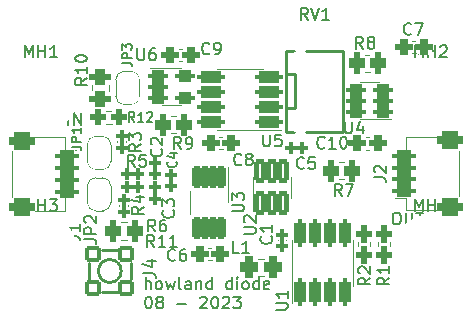
<source format=gbr>
%TF.GenerationSoftware,KiCad,Pcbnew,7.0.9*%
%TF.CreationDate,2024-10-15T17:03:29-06:00*%
%TF.ProjectId,howland,686f776c-616e-4642-9e6b-696361645f70,rev?*%
%TF.SameCoordinates,Original*%
%TF.FileFunction,Legend,Top*%
%TF.FilePolarity,Positive*%
%FSLAX46Y46*%
G04 Gerber Fmt 4.6, Leading zero omitted, Abs format (unit mm)*
G04 Created by KiCad (PCBNEW 7.0.9) date 2024-10-15 17:03:29*
%MOMM*%
%LPD*%
G01*
G04 APERTURE LIST*
G04 Aperture macros list*
%AMRoundRect*
0 Rectangle with rounded corners*
0 $1 Rounding radius*
0 $2 $3 $4 $5 $6 $7 $8 $9 X,Y pos of 4 corners*
0 Add a 4 corners polygon primitive as box body*
4,1,4,$2,$3,$4,$5,$6,$7,$8,$9,$2,$3,0*
0 Add four circle primitives for the rounded corners*
1,1,$1+$1,$2,$3*
1,1,$1+$1,$4,$5*
1,1,$1+$1,$6,$7*
1,1,$1+$1,$8,$9*
0 Add four rect primitives between the rounded corners*
20,1,$1+$1,$2,$3,$4,$5,0*
20,1,$1+$1,$4,$5,$6,$7,0*
20,1,$1+$1,$6,$7,$8,$9,0*
20,1,$1+$1,$8,$9,$2,$3,0*%
%AMFreePoly0*
4,1,40,0.586777,0.930194,0.656366,0.874698,0.694986,0.794504,0.700000,0.750000,0.700000,-0.750000,0.680194,-0.836777,0.624698,-0.906366,0.544504,-0.944986,0.500000,-0.950000,0.000000,-0.950000,-0.022297,-0.944911,-0.071157,-0.944911,-0.127504,-0.936810,-0.264055,-0.896715,-0.315837,-0.873066,-0.435559,-0.796125,-0.478580,-0.758847,-0.571777,-0.651292,-0.602554,-0.603402,-0.661673,-0.473948,
-0.677710,-0.419330,-0.697964,-0.278464,-0.700000,-0.250000,-0.700000,0.250000,-0.697964,0.278464,-0.677710,0.419330,-0.661673,0.473948,-0.602554,0.603402,-0.571777,0.651292,-0.478580,0.758847,-0.435559,0.796125,-0.315837,0.873066,-0.264055,0.896715,-0.127504,0.936810,-0.071157,0.944911,-0.044660,0.944911,-0.044504,0.944986,0.000000,0.950000,0.500000,0.950000,0.586777,0.930194,
0.586777,0.930194,$1*%
%AMFreePoly1*
4,1,40,0.022297,0.944911,0.071157,0.944911,0.127504,0.936810,0.264055,0.896715,0.315837,0.873066,0.435559,0.796125,0.478580,0.758847,0.571777,0.651292,0.602554,0.603402,0.661673,0.473948,0.677710,0.419330,0.697964,0.278464,0.700000,0.250000,0.700000,-0.250000,0.697964,-0.278464,0.677710,-0.419330,0.661673,-0.473948,0.602554,-0.603402,0.571777,-0.651292,0.478580,-0.758847,
0.435559,-0.796125,0.315837,-0.873066,0.264055,-0.896715,0.127504,-0.936810,0.071157,-0.944911,0.044660,-0.944911,0.044504,-0.944986,0.000000,-0.950000,-0.500000,-0.950000,-0.586777,-0.930194,-0.656366,-0.874698,-0.694986,-0.794504,-0.700000,-0.750000,-0.700000,0.750000,-0.680194,0.836777,-0.624698,0.906366,-0.544504,0.944986,-0.500000,0.950000,0.000000,0.950000,0.022297,0.944911,
0.022297,0.944911,$1*%
G04 Aperture macros list end*
%ADD10C,0.150000*%
%ADD11C,0.152000*%
%ADD12C,0.120000*%
%ADD13C,0.254000*%
%ADD14C,0.250000*%
%ADD15C,6.000000*%
%ADD16RoundRect,0.347500X0.147500X0.172500X-0.147500X0.172500X-0.147500X-0.172500X0.147500X-0.172500X0*%
%ADD17RoundRect,0.450000X0.325000X0.450000X-0.325000X0.450000X-0.325000X-0.450000X0.325000X-0.450000X0*%
%ADD18RoundRect,0.347500X-0.172500X0.147500X-0.172500X-0.147500X0.172500X-0.147500X0.172500X0.147500X0*%
%ADD19RoundRect,0.347500X-0.147500X-0.172500X0.147500X-0.172500X0.147500X0.172500X-0.147500X0.172500X0*%
%ADD20RoundRect,0.350000X-0.625000X0.150000X-0.625000X-0.150000X0.625000X-0.150000X0.625000X0.150000X0*%
%ADD21RoundRect,0.450000X-0.650000X0.350000X-0.650000X-0.350000X0.650000X-0.350000X0.650000X0.350000X0*%
%ADD22FreePoly0,270.000000*%
%ADD23FreePoly1,270.000000*%
%ADD24RoundRect,0.437500X0.237500X-0.287500X0.237500X0.287500X-0.237500X0.287500X-0.237500X-0.287500X0*%
%ADD25RoundRect,0.350000X0.625000X-0.150000X0.625000X0.150000X-0.625000X0.150000X-0.625000X-0.150000X0*%
%ADD26RoundRect,0.450000X0.650000X-0.350000X0.650000X0.350000X-0.650000X0.350000X-0.650000X-0.350000X0*%
%ADD27RoundRect,0.200000X0.225000X0.725000X-0.225000X0.725000X-0.225000X-0.725000X0.225000X-0.725000X0*%
%ADD28RoundRect,0.350000X-0.512500X-0.150000X0.512500X-0.150000X0.512500X0.150000X-0.512500X0.150000X0*%
%ADD29RoundRect,0.350000X0.512500X0.150000X-0.512500X0.150000X-0.512500X-0.150000X0.512500X-0.150000X0*%
%ADD30RoundRect,0.335000X-0.185000X0.135000X-0.185000X-0.135000X0.185000X-0.135000X0.185000X0.135000X0*%
%ADD31C,1.400000*%
%ADD32RoundRect,0.200000X-0.500000X0.500000X-0.500000X-0.500000X0.500000X-0.500000X0.500000X0.500000X0*%
%ADD33RoundRect,0.200000X0.325000X-0.780000X0.325000X0.780000X-0.325000X0.780000X-0.325000X-0.780000X0*%
%ADD34RoundRect,0.340000X0.170000X-0.140000X0.170000X0.140000X-0.170000X0.140000X-0.170000X-0.140000X0*%
%ADD35RoundRect,0.437500X0.250000X0.237500X-0.250000X0.237500X-0.250000X-0.237500X0.250000X-0.237500X0*%
%ADD36RoundRect,0.350000X0.150000X-0.825000X0.150000X0.825000X-0.150000X0.825000X-0.150000X-0.825000X0*%
%ADD37RoundRect,0.450000X-0.262500X-0.450000X0.262500X-0.450000X0.262500X0.450000X-0.262500X0.450000X0*%
%ADD38C,1.920000*%
%ADD39RoundRect,0.350000X0.825000X0.150000X-0.825000X0.150000X-0.825000X-0.150000X0.825000X-0.150000X0*%
%ADD40RoundRect,0.437500X-0.300000X-0.237500X0.300000X-0.237500X0.300000X0.237500X-0.300000X0.237500X0*%
%ADD41RoundRect,0.450000X0.262500X0.450000X-0.262500X0.450000X-0.262500X-0.450000X0.262500X-0.450000X0*%
%ADD42RoundRect,0.450000X-0.450000X0.262500X-0.450000X-0.262500X0.450000X-0.262500X0.450000X0.262500X0*%
%ADD43RoundRect,0.437500X0.300000X0.237500X-0.300000X0.237500X-0.300000X-0.237500X0.300000X-0.237500X0*%
%ADD44FreePoly0,90.000000*%
%ADD45FreePoly1,90.000000*%
G04 APERTURE END LIST*
D10*
X105326191Y-86404819D02*
X105326191Y-85404819D01*
X105802381Y-86404819D02*
X105802381Y-85404819D01*
X105802381Y-85404819D02*
X106373809Y-86404819D01*
X106373809Y-86404819D02*
X106373809Y-85404819D01*
X111886779Y-100299819D02*
X111886779Y-99299819D01*
X112315350Y-100299819D02*
X112315350Y-99776009D01*
X112315350Y-99776009D02*
X112267731Y-99680771D01*
X112267731Y-99680771D02*
X112172493Y-99633152D01*
X112172493Y-99633152D02*
X112029636Y-99633152D01*
X112029636Y-99633152D02*
X111934398Y-99680771D01*
X111934398Y-99680771D02*
X111886779Y-99728390D01*
X112934398Y-100299819D02*
X112839160Y-100252200D01*
X112839160Y-100252200D02*
X112791541Y-100204580D01*
X112791541Y-100204580D02*
X112743922Y-100109342D01*
X112743922Y-100109342D02*
X112743922Y-99823628D01*
X112743922Y-99823628D02*
X112791541Y-99728390D01*
X112791541Y-99728390D02*
X112839160Y-99680771D01*
X112839160Y-99680771D02*
X112934398Y-99633152D01*
X112934398Y-99633152D02*
X113077255Y-99633152D01*
X113077255Y-99633152D02*
X113172493Y-99680771D01*
X113172493Y-99680771D02*
X113220112Y-99728390D01*
X113220112Y-99728390D02*
X113267731Y-99823628D01*
X113267731Y-99823628D02*
X113267731Y-100109342D01*
X113267731Y-100109342D02*
X113220112Y-100204580D01*
X113220112Y-100204580D02*
X113172493Y-100252200D01*
X113172493Y-100252200D02*
X113077255Y-100299819D01*
X113077255Y-100299819D02*
X112934398Y-100299819D01*
X113601065Y-99633152D02*
X113791541Y-100299819D01*
X113791541Y-100299819D02*
X113982017Y-99823628D01*
X113982017Y-99823628D02*
X114172493Y-100299819D01*
X114172493Y-100299819D02*
X114362969Y-99633152D01*
X114886779Y-100299819D02*
X114791541Y-100252200D01*
X114791541Y-100252200D02*
X114743922Y-100156961D01*
X114743922Y-100156961D02*
X114743922Y-99299819D01*
X115696303Y-100299819D02*
X115696303Y-99776009D01*
X115696303Y-99776009D02*
X115648684Y-99680771D01*
X115648684Y-99680771D02*
X115553446Y-99633152D01*
X115553446Y-99633152D02*
X115362970Y-99633152D01*
X115362970Y-99633152D02*
X115267732Y-99680771D01*
X115696303Y-100252200D02*
X115601065Y-100299819D01*
X115601065Y-100299819D02*
X115362970Y-100299819D01*
X115362970Y-100299819D02*
X115267732Y-100252200D01*
X115267732Y-100252200D02*
X115220113Y-100156961D01*
X115220113Y-100156961D02*
X115220113Y-100061723D01*
X115220113Y-100061723D02*
X115267732Y-99966485D01*
X115267732Y-99966485D02*
X115362970Y-99918866D01*
X115362970Y-99918866D02*
X115601065Y-99918866D01*
X115601065Y-99918866D02*
X115696303Y-99871247D01*
X116172494Y-99633152D02*
X116172494Y-100299819D01*
X116172494Y-99728390D02*
X116220113Y-99680771D01*
X116220113Y-99680771D02*
X116315351Y-99633152D01*
X116315351Y-99633152D02*
X116458208Y-99633152D01*
X116458208Y-99633152D02*
X116553446Y-99680771D01*
X116553446Y-99680771D02*
X116601065Y-99776009D01*
X116601065Y-99776009D02*
X116601065Y-100299819D01*
X117505827Y-100299819D02*
X117505827Y-99299819D01*
X117505827Y-100252200D02*
X117410589Y-100299819D01*
X117410589Y-100299819D02*
X117220113Y-100299819D01*
X117220113Y-100299819D02*
X117124875Y-100252200D01*
X117124875Y-100252200D02*
X117077256Y-100204580D01*
X117077256Y-100204580D02*
X117029637Y-100109342D01*
X117029637Y-100109342D02*
X117029637Y-99823628D01*
X117029637Y-99823628D02*
X117077256Y-99728390D01*
X117077256Y-99728390D02*
X117124875Y-99680771D01*
X117124875Y-99680771D02*
X117220113Y-99633152D01*
X117220113Y-99633152D02*
X117410589Y-99633152D01*
X117410589Y-99633152D02*
X117505827Y-99680771D01*
X119172494Y-100299819D02*
X119172494Y-99299819D01*
X119172494Y-100252200D02*
X119077256Y-100299819D01*
X119077256Y-100299819D02*
X118886780Y-100299819D01*
X118886780Y-100299819D02*
X118791542Y-100252200D01*
X118791542Y-100252200D02*
X118743923Y-100204580D01*
X118743923Y-100204580D02*
X118696304Y-100109342D01*
X118696304Y-100109342D02*
X118696304Y-99823628D01*
X118696304Y-99823628D02*
X118743923Y-99728390D01*
X118743923Y-99728390D02*
X118791542Y-99680771D01*
X118791542Y-99680771D02*
X118886780Y-99633152D01*
X118886780Y-99633152D02*
X119077256Y-99633152D01*
X119077256Y-99633152D02*
X119172494Y-99680771D01*
X119648685Y-100299819D02*
X119648685Y-99633152D01*
X119648685Y-99299819D02*
X119601066Y-99347438D01*
X119601066Y-99347438D02*
X119648685Y-99395057D01*
X119648685Y-99395057D02*
X119696304Y-99347438D01*
X119696304Y-99347438D02*
X119648685Y-99299819D01*
X119648685Y-99299819D02*
X119648685Y-99395057D01*
X120267732Y-100299819D02*
X120172494Y-100252200D01*
X120172494Y-100252200D02*
X120124875Y-100204580D01*
X120124875Y-100204580D02*
X120077256Y-100109342D01*
X120077256Y-100109342D02*
X120077256Y-99823628D01*
X120077256Y-99823628D02*
X120124875Y-99728390D01*
X120124875Y-99728390D02*
X120172494Y-99680771D01*
X120172494Y-99680771D02*
X120267732Y-99633152D01*
X120267732Y-99633152D02*
X120410589Y-99633152D01*
X120410589Y-99633152D02*
X120505827Y-99680771D01*
X120505827Y-99680771D02*
X120553446Y-99728390D01*
X120553446Y-99728390D02*
X120601065Y-99823628D01*
X120601065Y-99823628D02*
X120601065Y-100109342D01*
X120601065Y-100109342D02*
X120553446Y-100204580D01*
X120553446Y-100204580D02*
X120505827Y-100252200D01*
X120505827Y-100252200D02*
X120410589Y-100299819D01*
X120410589Y-100299819D02*
X120267732Y-100299819D01*
X121458208Y-100299819D02*
X121458208Y-99299819D01*
X121458208Y-100252200D02*
X121362970Y-100299819D01*
X121362970Y-100299819D02*
X121172494Y-100299819D01*
X121172494Y-100299819D02*
X121077256Y-100252200D01*
X121077256Y-100252200D02*
X121029637Y-100204580D01*
X121029637Y-100204580D02*
X120982018Y-100109342D01*
X120982018Y-100109342D02*
X120982018Y-99823628D01*
X120982018Y-99823628D02*
X121029637Y-99728390D01*
X121029637Y-99728390D02*
X121077256Y-99680771D01*
X121077256Y-99680771D02*
X121172494Y-99633152D01*
X121172494Y-99633152D02*
X121362970Y-99633152D01*
X121362970Y-99633152D02*
X121458208Y-99680771D01*
X122315351Y-100252200D02*
X122220113Y-100299819D01*
X122220113Y-100299819D02*
X122029637Y-100299819D01*
X122029637Y-100299819D02*
X121934399Y-100252200D01*
X121934399Y-100252200D02*
X121886780Y-100156961D01*
X121886780Y-100156961D02*
X121886780Y-99776009D01*
X121886780Y-99776009D02*
X121934399Y-99680771D01*
X121934399Y-99680771D02*
X122029637Y-99633152D01*
X122029637Y-99633152D02*
X122220113Y-99633152D01*
X122220113Y-99633152D02*
X122315351Y-99680771D01*
X122315351Y-99680771D02*
X122362970Y-99776009D01*
X122362970Y-99776009D02*
X122362970Y-99871247D01*
X122362970Y-99871247D02*
X121886780Y-99966485D01*
X112077255Y-100909819D02*
X112172493Y-100909819D01*
X112172493Y-100909819D02*
X112267731Y-100957438D01*
X112267731Y-100957438D02*
X112315350Y-101005057D01*
X112315350Y-101005057D02*
X112362969Y-101100295D01*
X112362969Y-101100295D02*
X112410588Y-101290771D01*
X112410588Y-101290771D02*
X112410588Y-101528866D01*
X112410588Y-101528866D02*
X112362969Y-101719342D01*
X112362969Y-101719342D02*
X112315350Y-101814580D01*
X112315350Y-101814580D02*
X112267731Y-101862200D01*
X112267731Y-101862200D02*
X112172493Y-101909819D01*
X112172493Y-101909819D02*
X112077255Y-101909819D01*
X112077255Y-101909819D02*
X111982017Y-101862200D01*
X111982017Y-101862200D02*
X111934398Y-101814580D01*
X111934398Y-101814580D02*
X111886779Y-101719342D01*
X111886779Y-101719342D02*
X111839160Y-101528866D01*
X111839160Y-101528866D02*
X111839160Y-101290771D01*
X111839160Y-101290771D02*
X111886779Y-101100295D01*
X111886779Y-101100295D02*
X111934398Y-101005057D01*
X111934398Y-101005057D02*
X111982017Y-100957438D01*
X111982017Y-100957438D02*
X112077255Y-100909819D01*
X112982017Y-101338390D02*
X112886779Y-101290771D01*
X112886779Y-101290771D02*
X112839160Y-101243152D01*
X112839160Y-101243152D02*
X112791541Y-101147914D01*
X112791541Y-101147914D02*
X112791541Y-101100295D01*
X112791541Y-101100295D02*
X112839160Y-101005057D01*
X112839160Y-101005057D02*
X112886779Y-100957438D01*
X112886779Y-100957438D02*
X112982017Y-100909819D01*
X112982017Y-100909819D02*
X113172493Y-100909819D01*
X113172493Y-100909819D02*
X113267731Y-100957438D01*
X113267731Y-100957438D02*
X113315350Y-101005057D01*
X113315350Y-101005057D02*
X113362969Y-101100295D01*
X113362969Y-101100295D02*
X113362969Y-101147914D01*
X113362969Y-101147914D02*
X113315350Y-101243152D01*
X113315350Y-101243152D02*
X113267731Y-101290771D01*
X113267731Y-101290771D02*
X113172493Y-101338390D01*
X113172493Y-101338390D02*
X112982017Y-101338390D01*
X112982017Y-101338390D02*
X112886779Y-101386009D01*
X112886779Y-101386009D02*
X112839160Y-101433628D01*
X112839160Y-101433628D02*
X112791541Y-101528866D01*
X112791541Y-101528866D02*
X112791541Y-101719342D01*
X112791541Y-101719342D02*
X112839160Y-101814580D01*
X112839160Y-101814580D02*
X112886779Y-101862200D01*
X112886779Y-101862200D02*
X112982017Y-101909819D01*
X112982017Y-101909819D02*
X113172493Y-101909819D01*
X113172493Y-101909819D02*
X113267731Y-101862200D01*
X113267731Y-101862200D02*
X113315350Y-101814580D01*
X113315350Y-101814580D02*
X113362969Y-101719342D01*
X113362969Y-101719342D02*
X113362969Y-101528866D01*
X113362969Y-101528866D02*
X113315350Y-101433628D01*
X113315350Y-101433628D02*
X113267731Y-101386009D01*
X113267731Y-101386009D02*
X113172493Y-101338390D01*
X114553446Y-101528866D02*
X115315351Y-101528866D01*
X116505827Y-101005057D02*
X116553446Y-100957438D01*
X116553446Y-100957438D02*
X116648684Y-100909819D01*
X116648684Y-100909819D02*
X116886779Y-100909819D01*
X116886779Y-100909819D02*
X116982017Y-100957438D01*
X116982017Y-100957438D02*
X117029636Y-101005057D01*
X117029636Y-101005057D02*
X117077255Y-101100295D01*
X117077255Y-101100295D02*
X117077255Y-101195533D01*
X117077255Y-101195533D02*
X117029636Y-101338390D01*
X117029636Y-101338390D02*
X116458208Y-101909819D01*
X116458208Y-101909819D02*
X117077255Y-101909819D01*
X117696303Y-100909819D02*
X117791541Y-100909819D01*
X117791541Y-100909819D02*
X117886779Y-100957438D01*
X117886779Y-100957438D02*
X117934398Y-101005057D01*
X117934398Y-101005057D02*
X117982017Y-101100295D01*
X117982017Y-101100295D02*
X118029636Y-101290771D01*
X118029636Y-101290771D02*
X118029636Y-101528866D01*
X118029636Y-101528866D02*
X117982017Y-101719342D01*
X117982017Y-101719342D02*
X117934398Y-101814580D01*
X117934398Y-101814580D02*
X117886779Y-101862200D01*
X117886779Y-101862200D02*
X117791541Y-101909819D01*
X117791541Y-101909819D02*
X117696303Y-101909819D01*
X117696303Y-101909819D02*
X117601065Y-101862200D01*
X117601065Y-101862200D02*
X117553446Y-101814580D01*
X117553446Y-101814580D02*
X117505827Y-101719342D01*
X117505827Y-101719342D02*
X117458208Y-101528866D01*
X117458208Y-101528866D02*
X117458208Y-101290771D01*
X117458208Y-101290771D02*
X117505827Y-101100295D01*
X117505827Y-101100295D02*
X117553446Y-101005057D01*
X117553446Y-101005057D02*
X117601065Y-100957438D01*
X117601065Y-100957438D02*
X117696303Y-100909819D01*
X118410589Y-101005057D02*
X118458208Y-100957438D01*
X118458208Y-100957438D02*
X118553446Y-100909819D01*
X118553446Y-100909819D02*
X118791541Y-100909819D01*
X118791541Y-100909819D02*
X118886779Y-100957438D01*
X118886779Y-100957438D02*
X118934398Y-101005057D01*
X118934398Y-101005057D02*
X118982017Y-101100295D01*
X118982017Y-101100295D02*
X118982017Y-101195533D01*
X118982017Y-101195533D02*
X118934398Y-101338390D01*
X118934398Y-101338390D02*
X118362970Y-101909819D01*
X118362970Y-101909819D02*
X118982017Y-101909819D01*
X119315351Y-100909819D02*
X119934398Y-100909819D01*
X119934398Y-100909819D02*
X119601065Y-101290771D01*
X119601065Y-101290771D02*
X119743922Y-101290771D01*
X119743922Y-101290771D02*
X119839160Y-101338390D01*
X119839160Y-101338390D02*
X119886779Y-101386009D01*
X119886779Y-101386009D02*
X119934398Y-101481247D01*
X119934398Y-101481247D02*
X119934398Y-101719342D01*
X119934398Y-101719342D02*
X119886779Y-101814580D01*
X119886779Y-101814580D02*
X119839160Y-101862200D01*
X119839160Y-101862200D02*
X119743922Y-101909819D01*
X119743922Y-101909819D02*
X119458208Y-101909819D01*
X119458208Y-101909819D02*
X119362970Y-101862200D01*
X119362970Y-101862200D02*
X119315351Y-101814580D01*
X133050000Y-93804819D02*
X133240476Y-93804819D01*
X133240476Y-93804819D02*
X133335714Y-93852438D01*
X133335714Y-93852438D02*
X133430952Y-93947676D01*
X133430952Y-93947676D02*
X133478571Y-94138152D01*
X133478571Y-94138152D02*
X133478571Y-94471485D01*
X133478571Y-94471485D02*
X133430952Y-94661961D01*
X133430952Y-94661961D02*
X133335714Y-94757200D01*
X133335714Y-94757200D02*
X133240476Y-94804819D01*
X133240476Y-94804819D02*
X133050000Y-94804819D01*
X133050000Y-94804819D02*
X132954762Y-94757200D01*
X132954762Y-94757200D02*
X132859524Y-94661961D01*
X132859524Y-94661961D02*
X132811905Y-94471485D01*
X132811905Y-94471485D02*
X132811905Y-94138152D01*
X132811905Y-94138152D02*
X132859524Y-93947676D01*
X132859524Y-93947676D02*
X132954762Y-93852438D01*
X132954762Y-93852438D02*
X133050000Y-93804819D01*
X133907143Y-93804819D02*
X133907143Y-94614342D01*
X133907143Y-94614342D02*
X133954762Y-94709580D01*
X133954762Y-94709580D02*
X134002381Y-94757200D01*
X134002381Y-94757200D02*
X134097619Y-94804819D01*
X134097619Y-94804819D02*
X134288095Y-94804819D01*
X134288095Y-94804819D02*
X134383333Y-94757200D01*
X134383333Y-94757200D02*
X134430952Y-94709580D01*
X134430952Y-94709580D02*
X134478571Y-94614342D01*
X134478571Y-94614342D02*
X134478571Y-93804819D01*
X134811905Y-93804819D02*
X135383333Y-93804819D01*
X135097619Y-94804819D02*
X135097619Y-93804819D01*
X101666667Y-80654819D02*
X101666667Y-79654819D01*
X101666667Y-79654819D02*
X102000000Y-80369104D01*
X102000000Y-80369104D02*
X102333333Y-79654819D01*
X102333333Y-79654819D02*
X102333333Y-80654819D01*
X102809524Y-80654819D02*
X102809524Y-79654819D01*
X102809524Y-80131009D02*
X103380952Y-80131009D01*
X103380952Y-80654819D02*
X103380952Y-79654819D01*
X104380952Y-80654819D02*
X103809524Y-80654819D01*
X104095238Y-80654819D02*
X104095238Y-79654819D01*
X104095238Y-79654819D02*
X104000000Y-79797676D01*
X104000000Y-79797676D02*
X103904762Y-79892914D01*
X103904762Y-79892914D02*
X103809524Y-79940533D01*
X134666667Y-80654819D02*
X134666667Y-79654819D01*
X134666667Y-79654819D02*
X135000000Y-80369104D01*
X135000000Y-80369104D02*
X135333333Y-79654819D01*
X135333333Y-79654819D02*
X135333333Y-80654819D01*
X135809524Y-80654819D02*
X135809524Y-79654819D01*
X135809524Y-80131009D02*
X136380952Y-80131009D01*
X136380952Y-80654819D02*
X136380952Y-79654819D01*
X136809524Y-79750057D02*
X136857143Y-79702438D01*
X136857143Y-79702438D02*
X136952381Y-79654819D01*
X136952381Y-79654819D02*
X137190476Y-79654819D01*
X137190476Y-79654819D02*
X137285714Y-79702438D01*
X137285714Y-79702438D02*
X137333333Y-79750057D01*
X137333333Y-79750057D02*
X137380952Y-79845295D01*
X137380952Y-79845295D02*
X137380952Y-79940533D01*
X137380952Y-79940533D02*
X137333333Y-80083390D01*
X137333333Y-80083390D02*
X136761905Y-80654819D01*
X136761905Y-80654819D02*
X137380952Y-80654819D01*
X101666667Y-93654819D02*
X101666667Y-92654819D01*
X101666667Y-92654819D02*
X102000000Y-93369104D01*
X102000000Y-93369104D02*
X102333333Y-92654819D01*
X102333333Y-92654819D02*
X102333333Y-93654819D01*
X102809524Y-93654819D02*
X102809524Y-92654819D01*
X102809524Y-93131009D02*
X103380952Y-93131009D01*
X103380952Y-93654819D02*
X103380952Y-92654819D01*
X103761905Y-92654819D02*
X104380952Y-92654819D01*
X104380952Y-92654819D02*
X104047619Y-93035771D01*
X104047619Y-93035771D02*
X104190476Y-93035771D01*
X104190476Y-93035771D02*
X104285714Y-93083390D01*
X104285714Y-93083390D02*
X104333333Y-93131009D01*
X104333333Y-93131009D02*
X104380952Y-93226247D01*
X104380952Y-93226247D02*
X104380952Y-93464342D01*
X104380952Y-93464342D02*
X104333333Y-93559580D01*
X104333333Y-93559580D02*
X104285714Y-93607200D01*
X104285714Y-93607200D02*
X104190476Y-93654819D01*
X104190476Y-93654819D02*
X103904762Y-93654819D01*
X103904762Y-93654819D02*
X103809524Y-93607200D01*
X103809524Y-93607200D02*
X103761905Y-93559580D01*
X134666667Y-93654819D02*
X134666667Y-92654819D01*
X134666667Y-92654819D02*
X135000000Y-93369104D01*
X135000000Y-93369104D02*
X135333333Y-92654819D01*
X135333333Y-92654819D02*
X135333333Y-93654819D01*
X135809524Y-93654819D02*
X135809524Y-92654819D01*
X135809524Y-93131009D02*
X136380952Y-93131009D01*
X136380952Y-93654819D02*
X136380952Y-92654819D01*
X137285714Y-92988152D02*
X137285714Y-93654819D01*
X137047619Y-92607200D02*
X136809524Y-93321485D01*
X136809524Y-93321485D02*
X137428571Y-93321485D01*
X110983333Y-89904819D02*
X110650000Y-89428628D01*
X110411905Y-89904819D02*
X110411905Y-88904819D01*
X110411905Y-88904819D02*
X110792857Y-88904819D01*
X110792857Y-88904819D02*
X110888095Y-88952438D01*
X110888095Y-88952438D02*
X110935714Y-89000057D01*
X110935714Y-89000057D02*
X110983333Y-89095295D01*
X110983333Y-89095295D02*
X110983333Y-89238152D01*
X110983333Y-89238152D02*
X110935714Y-89333390D01*
X110935714Y-89333390D02*
X110888095Y-89381009D01*
X110888095Y-89381009D02*
X110792857Y-89428628D01*
X110792857Y-89428628D02*
X110411905Y-89428628D01*
X111888095Y-88904819D02*
X111411905Y-88904819D01*
X111411905Y-88904819D02*
X111364286Y-89381009D01*
X111364286Y-89381009D02*
X111411905Y-89333390D01*
X111411905Y-89333390D02*
X111507143Y-89285771D01*
X111507143Y-89285771D02*
X111745238Y-89285771D01*
X111745238Y-89285771D02*
X111840476Y-89333390D01*
X111840476Y-89333390D02*
X111888095Y-89381009D01*
X111888095Y-89381009D02*
X111935714Y-89476247D01*
X111935714Y-89476247D02*
X111935714Y-89714342D01*
X111935714Y-89714342D02*
X111888095Y-89809580D01*
X111888095Y-89809580D02*
X111840476Y-89857200D01*
X111840476Y-89857200D02*
X111745238Y-89904819D01*
X111745238Y-89904819D02*
X111507143Y-89904819D01*
X111507143Y-89904819D02*
X111411905Y-89857200D01*
X111411905Y-89857200D02*
X111364286Y-89809580D01*
X112683333Y-95404819D02*
X112350000Y-94928628D01*
X112111905Y-95404819D02*
X112111905Y-94404819D01*
X112111905Y-94404819D02*
X112492857Y-94404819D01*
X112492857Y-94404819D02*
X112588095Y-94452438D01*
X112588095Y-94452438D02*
X112635714Y-94500057D01*
X112635714Y-94500057D02*
X112683333Y-94595295D01*
X112683333Y-94595295D02*
X112683333Y-94738152D01*
X112683333Y-94738152D02*
X112635714Y-94833390D01*
X112635714Y-94833390D02*
X112588095Y-94881009D01*
X112588095Y-94881009D02*
X112492857Y-94928628D01*
X112492857Y-94928628D02*
X112111905Y-94928628D01*
X113540476Y-94404819D02*
X113350000Y-94404819D01*
X113350000Y-94404819D02*
X113254762Y-94452438D01*
X113254762Y-94452438D02*
X113207143Y-94500057D01*
X113207143Y-94500057D02*
X113111905Y-94642914D01*
X113111905Y-94642914D02*
X113064286Y-94833390D01*
X113064286Y-94833390D02*
X113064286Y-95214342D01*
X113064286Y-95214342D02*
X113111905Y-95309580D01*
X113111905Y-95309580D02*
X113159524Y-95357200D01*
X113159524Y-95357200D02*
X113254762Y-95404819D01*
X113254762Y-95404819D02*
X113445238Y-95404819D01*
X113445238Y-95404819D02*
X113540476Y-95357200D01*
X113540476Y-95357200D02*
X113588095Y-95309580D01*
X113588095Y-95309580D02*
X113635714Y-95214342D01*
X113635714Y-95214342D02*
X113635714Y-94976247D01*
X113635714Y-94976247D02*
X113588095Y-94881009D01*
X113588095Y-94881009D02*
X113540476Y-94833390D01*
X113540476Y-94833390D02*
X113445238Y-94785771D01*
X113445238Y-94785771D02*
X113254762Y-94785771D01*
X113254762Y-94785771D02*
X113159524Y-94833390D01*
X113159524Y-94833390D02*
X113111905Y-94881009D01*
X113111905Y-94881009D02*
X113064286Y-94976247D01*
X119783333Y-97204819D02*
X119307143Y-97204819D01*
X119307143Y-97204819D02*
X119307143Y-96204819D01*
X120640476Y-97204819D02*
X120069048Y-97204819D01*
X120354762Y-97204819D02*
X120354762Y-96204819D01*
X120354762Y-96204819D02*
X120259524Y-96347676D01*
X120259524Y-96347676D02*
X120164286Y-96442914D01*
X120164286Y-96442914D02*
X120069048Y-96490533D01*
X113209580Y-88416666D02*
X113257200Y-88464285D01*
X113257200Y-88464285D02*
X113304819Y-88607142D01*
X113304819Y-88607142D02*
X113304819Y-88702380D01*
X113304819Y-88702380D02*
X113257200Y-88845237D01*
X113257200Y-88845237D02*
X113161961Y-88940475D01*
X113161961Y-88940475D02*
X113066723Y-88988094D01*
X113066723Y-88988094D02*
X112876247Y-89035713D01*
X112876247Y-89035713D02*
X112733390Y-89035713D01*
X112733390Y-89035713D02*
X112542914Y-88988094D01*
X112542914Y-88988094D02*
X112447676Y-88940475D01*
X112447676Y-88940475D02*
X112352438Y-88845237D01*
X112352438Y-88845237D02*
X112304819Y-88702380D01*
X112304819Y-88702380D02*
X112304819Y-88607142D01*
X112304819Y-88607142D02*
X112352438Y-88464285D01*
X112352438Y-88464285D02*
X112400057Y-88416666D01*
X112400057Y-88035713D02*
X112352438Y-87988094D01*
X112352438Y-87988094D02*
X112304819Y-87892856D01*
X112304819Y-87892856D02*
X112304819Y-87654761D01*
X112304819Y-87654761D02*
X112352438Y-87559523D01*
X112352438Y-87559523D02*
X112400057Y-87511904D01*
X112400057Y-87511904D02*
X112495295Y-87464285D01*
X112495295Y-87464285D02*
X112590533Y-87464285D01*
X112590533Y-87464285D02*
X112733390Y-87511904D01*
X112733390Y-87511904D02*
X113304819Y-88083332D01*
X113304819Y-88083332D02*
X113304819Y-87464285D01*
X114209580Y-93616666D02*
X114257200Y-93664285D01*
X114257200Y-93664285D02*
X114304819Y-93807142D01*
X114304819Y-93807142D02*
X114304819Y-93902380D01*
X114304819Y-93902380D02*
X114257200Y-94045237D01*
X114257200Y-94045237D02*
X114161961Y-94140475D01*
X114161961Y-94140475D02*
X114066723Y-94188094D01*
X114066723Y-94188094D02*
X113876247Y-94235713D01*
X113876247Y-94235713D02*
X113733390Y-94235713D01*
X113733390Y-94235713D02*
X113542914Y-94188094D01*
X113542914Y-94188094D02*
X113447676Y-94140475D01*
X113447676Y-94140475D02*
X113352438Y-94045237D01*
X113352438Y-94045237D02*
X113304819Y-93902380D01*
X113304819Y-93902380D02*
X113304819Y-93807142D01*
X113304819Y-93807142D02*
X113352438Y-93664285D01*
X113352438Y-93664285D02*
X113400057Y-93616666D01*
X113304819Y-93283332D02*
X113304819Y-92664285D01*
X113304819Y-92664285D02*
X113685771Y-92997618D01*
X113685771Y-92997618D02*
X113685771Y-92854761D01*
X113685771Y-92854761D02*
X113733390Y-92759523D01*
X113733390Y-92759523D02*
X113781009Y-92711904D01*
X113781009Y-92711904D02*
X113876247Y-92664285D01*
X113876247Y-92664285D02*
X114114342Y-92664285D01*
X114114342Y-92664285D02*
X114209580Y-92711904D01*
X114209580Y-92711904D02*
X114257200Y-92759523D01*
X114257200Y-92759523D02*
X114304819Y-92854761D01*
X114304819Y-92854761D02*
X114304819Y-93140475D01*
X114304819Y-93140475D02*
X114257200Y-93235713D01*
X114257200Y-93235713D02*
X114209580Y-93283332D01*
X114436104Y-89483332D02*
X114474200Y-89521428D01*
X114474200Y-89521428D02*
X114512295Y-89635713D01*
X114512295Y-89635713D02*
X114512295Y-89711904D01*
X114512295Y-89711904D02*
X114474200Y-89826190D01*
X114474200Y-89826190D02*
X114398009Y-89902380D01*
X114398009Y-89902380D02*
X114321819Y-89940475D01*
X114321819Y-89940475D02*
X114169438Y-89978571D01*
X114169438Y-89978571D02*
X114055152Y-89978571D01*
X114055152Y-89978571D02*
X113902771Y-89940475D01*
X113902771Y-89940475D02*
X113826580Y-89902380D01*
X113826580Y-89902380D02*
X113750390Y-89826190D01*
X113750390Y-89826190D02*
X113712295Y-89711904D01*
X113712295Y-89711904D02*
X113712295Y-89635713D01*
X113712295Y-89635713D02*
X113750390Y-89521428D01*
X113750390Y-89521428D02*
X113788485Y-89483332D01*
X113978961Y-88797618D02*
X114512295Y-88797618D01*
X113674200Y-88988094D02*
X114245628Y-89178571D01*
X114245628Y-89178571D02*
X114245628Y-88683332D01*
X125283333Y-90009580D02*
X125235714Y-90057200D01*
X125235714Y-90057200D02*
X125092857Y-90104819D01*
X125092857Y-90104819D02*
X124997619Y-90104819D01*
X124997619Y-90104819D02*
X124854762Y-90057200D01*
X124854762Y-90057200D02*
X124759524Y-89961961D01*
X124759524Y-89961961D02*
X124711905Y-89866723D01*
X124711905Y-89866723D02*
X124664286Y-89676247D01*
X124664286Y-89676247D02*
X124664286Y-89533390D01*
X124664286Y-89533390D02*
X124711905Y-89342914D01*
X124711905Y-89342914D02*
X124759524Y-89247676D01*
X124759524Y-89247676D02*
X124854762Y-89152438D01*
X124854762Y-89152438D02*
X124997619Y-89104819D01*
X124997619Y-89104819D02*
X125092857Y-89104819D01*
X125092857Y-89104819D02*
X125235714Y-89152438D01*
X125235714Y-89152438D02*
X125283333Y-89200057D01*
X126188095Y-89104819D02*
X125711905Y-89104819D01*
X125711905Y-89104819D02*
X125664286Y-89581009D01*
X125664286Y-89581009D02*
X125711905Y-89533390D01*
X125711905Y-89533390D02*
X125807143Y-89485771D01*
X125807143Y-89485771D02*
X126045238Y-89485771D01*
X126045238Y-89485771D02*
X126140476Y-89533390D01*
X126140476Y-89533390D02*
X126188095Y-89581009D01*
X126188095Y-89581009D02*
X126235714Y-89676247D01*
X126235714Y-89676247D02*
X126235714Y-89914342D01*
X126235714Y-89914342D02*
X126188095Y-90009580D01*
X126188095Y-90009580D02*
X126140476Y-90057200D01*
X126140476Y-90057200D02*
X126045238Y-90104819D01*
X126045238Y-90104819D02*
X125807143Y-90104819D01*
X125807143Y-90104819D02*
X125711905Y-90057200D01*
X125711905Y-90057200D02*
X125664286Y-90009580D01*
X105304819Y-95783333D02*
X106019104Y-95783333D01*
X106019104Y-95783333D02*
X106161961Y-95830952D01*
X106161961Y-95830952D02*
X106257200Y-95926190D01*
X106257200Y-95926190D02*
X106304819Y-96069047D01*
X106304819Y-96069047D02*
X106304819Y-96164285D01*
X106304819Y-94783333D02*
X106304819Y-95354761D01*
X106304819Y-95069047D02*
X105304819Y-95069047D01*
X105304819Y-95069047D02*
X105447676Y-95164285D01*
X105447676Y-95164285D02*
X105542914Y-95259523D01*
X105542914Y-95259523D02*
X105590533Y-95354761D01*
X105612295Y-88216666D02*
X106183723Y-88216666D01*
X106183723Y-88216666D02*
X106298009Y-88254761D01*
X106298009Y-88254761D02*
X106374200Y-88330952D01*
X106374200Y-88330952D02*
X106412295Y-88445237D01*
X106412295Y-88445237D02*
X106412295Y-88521428D01*
X106412295Y-87835713D02*
X105612295Y-87835713D01*
X105612295Y-87835713D02*
X105612295Y-87530951D01*
X105612295Y-87530951D02*
X105650390Y-87454761D01*
X105650390Y-87454761D02*
X105688485Y-87416666D01*
X105688485Y-87416666D02*
X105764676Y-87378570D01*
X105764676Y-87378570D02*
X105878961Y-87378570D01*
X105878961Y-87378570D02*
X105955152Y-87416666D01*
X105955152Y-87416666D02*
X105993247Y-87454761D01*
X105993247Y-87454761D02*
X106031342Y-87530951D01*
X106031342Y-87530951D02*
X106031342Y-87835713D01*
X106412295Y-86616666D02*
X106412295Y-87073809D01*
X106412295Y-86845237D02*
X105612295Y-86845237D01*
X105612295Y-86845237D02*
X105726580Y-86921428D01*
X105726580Y-86921428D02*
X105802771Y-86997618D01*
X105802771Y-86997618D02*
X105840866Y-87073809D01*
X106704819Y-96083333D02*
X107419104Y-96083333D01*
X107419104Y-96083333D02*
X107561961Y-96130952D01*
X107561961Y-96130952D02*
X107657200Y-96226190D01*
X107657200Y-96226190D02*
X107704819Y-96369047D01*
X107704819Y-96369047D02*
X107704819Y-96464285D01*
X107704819Y-95607142D02*
X106704819Y-95607142D01*
X106704819Y-95607142D02*
X106704819Y-95226190D01*
X106704819Y-95226190D02*
X106752438Y-95130952D01*
X106752438Y-95130952D02*
X106800057Y-95083333D01*
X106800057Y-95083333D02*
X106895295Y-95035714D01*
X106895295Y-95035714D02*
X107038152Y-95035714D01*
X107038152Y-95035714D02*
X107133390Y-95083333D01*
X107133390Y-95083333D02*
X107181009Y-95130952D01*
X107181009Y-95130952D02*
X107228628Y-95226190D01*
X107228628Y-95226190D02*
X107228628Y-95607142D01*
X106800057Y-94654761D02*
X106752438Y-94607142D01*
X106752438Y-94607142D02*
X106704819Y-94511904D01*
X106704819Y-94511904D02*
X106704819Y-94273809D01*
X106704819Y-94273809D02*
X106752438Y-94178571D01*
X106752438Y-94178571D02*
X106800057Y-94130952D01*
X106800057Y-94130952D02*
X106895295Y-94083333D01*
X106895295Y-94083333D02*
X106990533Y-94083333D01*
X106990533Y-94083333D02*
X107133390Y-94130952D01*
X107133390Y-94130952D02*
X107704819Y-94702380D01*
X107704819Y-94702380D02*
X107704819Y-94083333D01*
X132504819Y-99316666D02*
X132028628Y-99649999D01*
X132504819Y-99888094D02*
X131504819Y-99888094D01*
X131504819Y-99888094D02*
X131504819Y-99507142D01*
X131504819Y-99507142D02*
X131552438Y-99411904D01*
X131552438Y-99411904D02*
X131600057Y-99364285D01*
X131600057Y-99364285D02*
X131695295Y-99316666D01*
X131695295Y-99316666D02*
X131838152Y-99316666D01*
X131838152Y-99316666D02*
X131933390Y-99364285D01*
X131933390Y-99364285D02*
X131981009Y-99411904D01*
X131981009Y-99411904D02*
X132028628Y-99507142D01*
X132028628Y-99507142D02*
X132028628Y-99888094D01*
X132504819Y-98364285D02*
X132504819Y-98935713D01*
X132504819Y-98649999D02*
X131504819Y-98649999D01*
X131504819Y-98649999D02*
X131647676Y-98745237D01*
X131647676Y-98745237D02*
X131742914Y-98840475D01*
X131742914Y-98840475D02*
X131790533Y-98935713D01*
X130904819Y-99316666D02*
X130428628Y-99649999D01*
X130904819Y-99888094D02*
X129904819Y-99888094D01*
X129904819Y-99888094D02*
X129904819Y-99507142D01*
X129904819Y-99507142D02*
X129952438Y-99411904D01*
X129952438Y-99411904D02*
X130000057Y-99364285D01*
X130000057Y-99364285D02*
X130095295Y-99316666D01*
X130095295Y-99316666D02*
X130238152Y-99316666D01*
X130238152Y-99316666D02*
X130333390Y-99364285D01*
X130333390Y-99364285D02*
X130381009Y-99411904D01*
X130381009Y-99411904D02*
X130428628Y-99507142D01*
X130428628Y-99507142D02*
X130428628Y-99888094D01*
X130000057Y-98935713D02*
X129952438Y-98888094D01*
X129952438Y-98888094D02*
X129904819Y-98792856D01*
X129904819Y-98792856D02*
X129904819Y-98554761D01*
X129904819Y-98554761D02*
X129952438Y-98459523D01*
X129952438Y-98459523D02*
X130000057Y-98411904D01*
X130000057Y-98411904D02*
X130095295Y-98364285D01*
X130095295Y-98364285D02*
X130190533Y-98364285D01*
X130190533Y-98364285D02*
X130333390Y-98411904D01*
X130333390Y-98411904D02*
X130904819Y-98983332D01*
X130904819Y-98983332D02*
X130904819Y-98364285D01*
X131224819Y-90833333D02*
X131939104Y-90833333D01*
X131939104Y-90833333D02*
X132081961Y-90880952D01*
X132081961Y-90880952D02*
X132177200Y-90976190D01*
X132177200Y-90976190D02*
X132224819Y-91119047D01*
X132224819Y-91119047D02*
X132224819Y-91214285D01*
X131320057Y-90404761D02*
X131272438Y-90357142D01*
X131272438Y-90357142D02*
X131224819Y-90261904D01*
X131224819Y-90261904D02*
X131224819Y-90023809D01*
X131224819Y-90023809D02*
X131272438Y-89928571D01*
X131272438Y-89928571D02*
X131320057Y-89880952D01*
X131320057Y-89880952D02*
X131415295Y-89833333D01*
X131415295Y-89833333D02*
X131510533Y-89833333D01*
X131510533Y-89833333D02*
X131653390Y-89880952D01*
X131653390Y-89880952D02*
X132224819Y-90452380D01*
X132224819Y-90452380D02*
X132224819Y-89833333D01*
X119204819Y-93711904D02*
X120014342Y-93711904D01*
X120014342Y-93711904D02*
X120109580Y-93664285D01*
X120109580Y-93664285D02*
X120157200Y-93616666D01*
X120157200Y-93616666D02*
X120204819Y-93521428D01*
X120204819Y-93521428D02*
X120204819Y-93330952D01*
X120204819Y-93330952D02*
X120157200Y-93235714D01*
X120157200Y-93235714D02*
X120109580Y-93188095D01*
X120109580Y-93188095D02*
X120014342Y-93140476D01*
X120014342Y-93140476D02*
X119204819Y-93140476D01*
X119204819Y-92759523D02*
X119204819Y-92140476D01*
X119204819Y-92140476D02*
X119585771Y-92473809D01*
X119585771Y-92473809D02*
X119585771Y-92330952D01*
X119585771Y-92330952D02*
X119633390Y-92235714D01*
X119633390Y-92235714D02*
X119681009Y-92188095D01*
X119681009Y-92188095D02*
X119776247Y-92140476D01*
X119776247Y-92140476D02*
X120014342Y-92140476D01*
X120014342Y-92140476D02*
X120109580Y-92188095D01*
X120109580Y-92188095D02*
X120157200Y-92235714D01*
X120157200Y-92235714D02*
X120204819Y-92330952D01*
X120204819Y-92330952D02*
X120204819Y-92616666D01*
X120204819Y-92616666D02*
X120157200Y-92711904D01*
X120157200Y-92711904D02*
X120109580Y-92759523D01*
X111188095Y-79904819D02*
X111188095Y-80714342D01*
X111188095Y-80714342D02*
X111235714Y-80809580D01*
X111235714Y-80809580D02*
X111283333Y-80857200D01*
X111283333Y-80857200D02*
X111378571Y-80904819D01*
X111378571Y-80904819D02*
X111569047Y-80904819D01*
X111569047Y-80904819D02*
X111664285Y-80857200D01*
X111664285Y-80857200D02*
X111711904Y-80809580D01*
X111711904Y-80809580D02*
X111759523Y-80714342D01*
X111759523Y-80714342D02*
X111759523Y-79904819D01*
X112664285Y-79904819D02*
X112473809Y-79904819D01*
X112473809Y-79904819D02*
X112378571Y-79952438D01*
X112378571Y-79952438D02*
X112330952Y-80000057D01*
X112330952Y-80000057D02*
X112235714Y-80142914D01*
X112235714Y-80142914D02*
X112188095Y-80333390D01*
X112188095Y-80333390D02*
X112188095Y-80714342D01*
X112188095Y-80714342D02*
X112235714Y-80809580D01*
X112235714Y-80809580D02*
X112283333Y-80857200D01*
X112283333Y-80857200D02*
X112378571Y-80904819D01*
X112378571Y-80904819D02*
X112569047Y-80904819D01*
X112569047Y-80904819D02*
X112664285Y-80857200D01*
X112664285Y-80857200D02*
X112711904Y-80809580D01*
X112711904Y-80809580D02*
X112759523Y-80714342D01*
X112759523Y-80714342D02*
X112759523Y-80476247D01*
X112759523Y-80476247D02*
X112711904Y-80381009D01*
X112711904Y-80381009D02*
X112664285Y-80333390D01*
X112664285Y-80333390D02*
X112569047Y-80285771D01*
X112569047Y-80285771D02*
X112378571Y-80285771D01*
X112378571Y-80285771D02*
X112283333Y-80333390D01*
X112283333Y-80333390D02*
X112235714Y-80381009D01*
X112235714Y-80381009D02*
X112188095Y-80476247D01*
X128778095Y-86104819D02*
X128778095Y-86914342D01*
X128778095Y-86914342D02*
X128825714Y-87009580D01*
X128825714Y-87009580D02*
X128873333Y-87057200D01*
X128873333Y-87057200D02*
X128968571Y-87104819D01*
X128968571Y-87104819D02*
X129159047Y-87104819D01*
X129159047Y-87104819D02*
X129254285Y-87057200D01*
X129254285Y-87057200D02*
X129301904Y-87009580D01*
X129301904Y-87009580D02*
X129349523Y-86914342D01*
X129349523Y-86914342D02*
X129349523Y-86104819D01*
X130254285Y-86438152D02*
X130254285Y-87104819D01*
X130016190Y-86057200D02*
X129778095Y-86771485D01*
X129778095Y-86771485D02*
X130397142Y-86771485D01*
X111474819Y-88016666D02*
X110998628Y-88349999D01*
X111474819Y-88588094D02*
X110474819Y-88588094D01*
X110474819Y-88588094D02*
X110474819Y-88207142D01*
X110474819Y-88207142D02*
X110522438Y-88111904D01*
X110522438Y-88111904D02*
X110570057Y-88064285D01*
X110570057Y-88064285D02*
X110665295Y-88016666D01*
X110665295Y-88016666D02*
X110808152Y-88016666D01*
X110808152Y-88016666D02*
X110903390Y-88064285D01*
X110903390Y-88064285D02*
X110951009Y-88111904D01*
X110951009Y-88111904D02*
X110998628Y-88207142D01*
X110998628Y-88207142D02*
X110998628Y-88588094D01*
X110474819Y-87683332D02*
X110474819Y-87064285D01*
X110474819Y-87064285D02*
X110855771Y-87397618D01*
X110855771Y-87397618D02*
X110855771Y-87254761D01*
X110855771Y-87254761D02*
X110903390Y-87159523D01*
X110903390Y-87159523D02*
X110951009Y-87111904D01*
X110951009Y-87111904D02*
X111046247Y-87064285D01*
X111046247Y-87064285D02*
X111284342Y-87064285D01*
X111284342Y-87064285D02*
X111379580Y-87111904D01*
X111379580Y-87111904D02*
X111427200Y-87159523D01*
X111427200Y-87159523D02*
X111474819Y-87254761D01*
X111474819Y-87254761D02*
X111474819Y-87540475D01*
X111474819Y-87540475D02*
X111427200Y-87635713D01*
X111427200Y-87635713D02*
X111379580Y-87683332D01*
D11*
X111627869Y-98910713D02*
X112444298Y-98910713D01*
X112444298Y-98910713D02*
X112607583Y-98965142D01*
X112607583Y-98965142D02*
X112716441Y-99073999D01*
X112716441Y-99073999D02*
X112770869Y-99237285D01*
X112770869Y-99237285D02*
X112770869Y-99346142D01*
X112008869Y-97876571D02*
X112770869Y-97876571D01*
X111573441Y-98148713D02*
X112389869Y-98420856D01*
X112389869Y-98420856D02*
X112389869Y-97713285D01*
D10*
X120204819Y-95611904D02*
X121014342Y-95611904D01*
X121014342Y-95611904D02*
X121109580Y-95564285D01*
X121109580Y-95564285D02*
X121157200Y-95516666D01*
X121157200Y-95516666D02*
X121204819Y-95421428D01*
X121204819Y-95421428D02*
X121204819Y-95230952D01*
X121204819Y-95230952D02*
X121157200Y-95135714D01*
X121157200Y-95135714D02*
X121109580Y-95088095D01*
X121109580Y-95088095D02*
X121014342Y-95040476D01*
X121014342Y-95040476D02*
X120204819Y-95040476D01*
X120300057Y-94611904D02*
X120252438Y-94564285D01*
X120252438Y-94564285D02*
X120204819Y-94469047D01*
X120204819Y-94469047D02*
X120204819Y-94230952D01*
X120204819Y-94230952D02*
X120252438Y-94135714D01*
X120252438Y-94135714D02*
X120300057Y-94088095D01*
X120300057Y-94088095D02*
X120395295Y-94040476D01*
X120395295Y-94040476D02*
X120490533Y-94040476D01*
X120490533Y-94040476D02*
X120633390Y-94088095D01*
X120633390Y-94088095D02*
X121204819Y-94659523D01*
X121204819Y-94659523D02*
X121204819Y-94040476D01*
X122509580Y-95816666D02*
X122557200Y-95864285D01*
X122557200Y-95864285D02*
X122604819Y-96007142D01*
X122604819Y-96007142D02*
X122604819Y-96102380D01*
X122604819Y-96102380D02*
X122557200Y-96245237D01*
X122557200Y-96245237D02*
X122461961Y-96340475D01*
X122461961Y-96340475D02*
X122366723Y-96388094D01*
X122366723Y-96388094D02*
X122176247Y-96435713D01*
X122176247Y-96435713D02*
X122033390Y-96435713D01*
X122033390Y-96435713D02*
X121842914Y-96388094D01*
X121842914Y-96388094D02*
X121747676Y-96340475D01*
X121747676Y-96340475D02*
X121652438Y-96245237D01*
X121652438Y-96245237D02*
X121604819Y-96102380D01*
X121604819Y-96102380D02*
X121604819Y-96007142D01*
X121604819Y-96007142D02*
X121652438Y-95864285D01*
X121652438Y-95864285D02*
X121700057Y-95816666D01*
X122604819Y-94864285D02*
X122604819Y-95435713D01*
X122604819Y-95149999D02*
X121604819Y-95149999D01*
X121604819Y-95149999D02*
X121747676Y-95245237D01*
X121747676Y-95245237D02*
X121842914Y-95340475D01*
X121842914Y-95340475D02*
X121890533Y-95435713D01*
X110935714Y-86112295D02*
X110669047Y-85731342D01*
X110478571Y-86112295D02*
X110478571Y-85312295D01*
X110478571Y-85312295D02*
X110783333Y-85312295D01*
X110783333Y-85312295D02*
X110859523Y-85350390D01*
X110859523Y-85350390D02*
X110897618Y-85388485D01*
X110897618Y-85388485D02*
X110935714Y-85464676D01*
X110935714Y-85464676D02*
X110935714Y-85578961D01*
X110935714Y-85578961D02*
X110897618Y-85655152D01*
X110897618Y-85655152D02*
X110859523Y-85693247D01*
X110859523Y-85693247D02*
X110783333Y-85731342D01*
X110783333Y-85731342D02*
X110478571Y-85731342D01*
X111697618Y-86112295D02*
X111240475Y-86112295D01*
X111469047Y-86112295D02*
X111469047Y-85312295D01*
X111469047Y-85312295D02*
X111392856Y-85426580D01*
X111392856Y-85426580D02*
X111316666Y-85502771D01*
X111316666Y-85502771D02*
X111240475Y-85540866D01*
X112002380Y-85388485D02*
X112040476Y-85350390D01*
X112040476Y-85350390D02*
X112116666Y-85312295D01*
X112116666Y-85312295D02*
X112307142Y-85312295D01*
X112307142Y-85312295D02*
X112383333Y-85350390D01*
X112383333Y-85350390D02*
X112421428Y-85388485D01*
X112421428Y-85388485D02*
X112459523Y-85464676D01*
X112459523Y-85464676D02*
X112459523Y-85540866D01*
X112459523Y-85540866D02*
X112421428Y-85655152D01*
X112421428Y-85655152D02*
X111964285Y-86112295D01*
X111964285Y-86112295D02*
X112459523Y-86112295D01*
X122904819Y-102011904D02*
X123714342Y-102011904D01*
X123714342Y-102011904D02*
X123809580Y-101964285D01*
X123809580Y-101964285D02*
X123857200Y-101916666D01*
X123857200Y-101916666D02*
X123904819Y-101821428D01*
X123904819Y-101821428D02*
X123904819Y-101630952D01*
X123904819Y-101630952D02*
X123857200Y-101535714D01*
X123857200Y-101535714D02*
X123809580Y-101488095D01*
X123809580Y-101488095D02*
X123714342Y-101440476D01*
X123714342Y-101440476D02*
X122904819Y-101440476D01*
X123904819Y-100440476D02*
X123904819Y-101011904D01*
X123904819Y-100726190D02*
X122904819Y-100726190D01*
X122904819Y-100726190D02*
X123047676Y-100821428D01*
X123047676Y-100821428D02*
X123142914Y-100916666D01*
X123142914Y-100916666D02*
X123190533Y-101011904D01*
X130293333Y-79924819D02*
X129960000Y-79448628D01*
X129721905Y-79924819D02*
X129721905Y-78924819D01*
X129721905Y-78924819D02*
X130102857Y-78924819D01*
X130102857Y-78924819D02*
X130198095Y-78972438D01*
X130198095Y-78972438D02*
X130245714Y-79020057D01*
X130245714Y-79020057D02*
X130293333Y-79115295D01*
X130293333Y-79115295D02*
X130293333Y-79258152D01*
X130293333Y-79258152D02*
X130245714Y-79353390D01*
X130245714Y-79353390D02*
X130198095Y-79401009D01*
X130198095Y-79401009D02*
X130102857Y-79448628D01*
X130102857Y-79448628D02*
X129721905Y-79448628D01*
X130864762Y-79353390D02*
X130769524Y-79305771D01*
X130769524Y-79305771D02*
X130721905Y-79258152D01*
X130721905Y-79258152D02*
X130674286Y-79162914D01*
X130674286Y-79162914D02*
X130674286Y-79115295D01*
X130674286Y-79115295D02*
X130721905Y-79020057D01*
X130721905Y-79020057D02*
X130769524Y-78972438D01*
X130769524Y-78972438D02*
X130864762Y-78924819D01*
X130864762Y-78924819D02*
X131055238Y-78924819D01*
X131055238Y-78924819D02*
X131150476Y-78972438D01*
X131150476Y-78972438D02*
X131198095Y-79020057D01*
X131198095Y-79020057D02*
X131245714Y-79115295D01*
X131245714Y-79115295D02*
X131245714Y-79162914D01*
X131245714Y-79162914D02*
X131198095Y-79258152D01*
X131198095Y-79258152D02*
X131150476Y-79305771D01*
X131150476Y-79305771D02*
X131055238Y-79353390D01*
X131055238Y-79353390D02*
X130864762Y-79353390D01*
X130864762Y-79353390D02*
X130769524Y-79401009D01*
X130769524Y-79401009D02*
X130721905Y-79448628D01*
X130721905Y-79448628D02*
X130674286Y-79543866D01*
X130674286Y-79543866D02*
X130674286Y-79734342D01*
X130674286Y-79734342D02*
X130721905Y-79829580D01*
X130721905Y-79829580D02*
X130769524Y-79877200D01*
X130769524Y-79877200D02*
X130864762Y-79924819D01*
X130864762Y-79924819D02*
X131055238Y-79924819D01*
X131055238Y-79924819D02*
X131150476Y-79877200D01*
X131150476Y-79877200D02*
X131198095Y-79829580D01*
X131198095Y-79829580D02*
X131245714Y-79734342D01*
X131245714Y-79734342D02*
X131245714Y-79543866D01*
X131245714Y-79543866D02*
X131198095Y-79448628D01*
X131198095Y-79448628D02*
X131150476Y-79401009D01*
X131150476Y-79401009D02*
X131055238Y-79353390D01*
X125604761Y-77474819D02*
X125271428Y-76998628D01*
X125033333Y-77474819D02*
X125033333Y-76474819D01*
X125033333Y-76474819D02*
X125414285Y-76474819D01*
X125414285Y-76474819D02*
X125509523Y-76522438D01*
X125509523Y-76522438D02*
X125557142Y-76570057D01*
X125557142Y-76570057D02*
X125604761Y-76665295D01*
X125604761Y-76665295D02*
X125604761Y-76808152D01*
X125604761Y-76808152D02*
X125557142Y-76903390D01*
X125557142Y-76903390D02*
X125509523Y-76951009D01*
X125509523Y-76951009D02*
X125414285Y-76998628D01*
X125414285Y-76998628D02*
X125033333Y-76998628D01*
X125890476Y-76474819D02*
X126223809Y-77474819D01*
X126223809Y-77474819D02*
X126557142Y-76474819D01*
X127414285Y-77474819D02*
X126842857Y-77474819D01*
X127128571Y-77474819D02*
X127128571Y-76474819D01*
X127128571Y-76474819D02*
X127033333Y-76617676D01*
X127033333Y-76617676D02*
X126938095Y-76712914D01*
X126938095Y-76712914D02*
X126842857Y-76760533D01*
X121828095Y-87194819D02*
X121828095Y-88004342D01*
X121828095Y-88004342D02*
X121875714Y-88099580D01*
X121875714Y-88099580D02*
X121923333Y-88147200D01*
X121923333Y-88147200D02*
X122018571Y-88194819D01*
X122018571Y-88194819D02*
X122209047Y-88194819D01*
X122209047Y-88194819D02*
X122304285Y-88147200D01*
X122304285Y-88147200D02*
X122351904Y-88099580D01*
X122351904Y-88099580D02*
X122399523Y-88004342D01*
X122399523Y-88004342D02*
X122399523Y-87194819D01*
X123351904Y-87194819D02*
X122875714Y-87194819D01*
X122875714Y-87194819D02*
X122828095Y-87671009D01*
X122828095Y-87671009D02*
X122875714Y-87623390D01*
X122875714Y-87623390D02*
X122970952Y-87575771D01*
X122970952Y-87575771D02*
X123209047Y-87575771D01*
X123209047Y-87575771D02*
X123304285Y-87623390D01*
X123304285Y-87623390D02*
X123351904Y-87671009D01*
X123351904Y-87671009D02*
X123399523Y-87766247D01*
X123399523Y-87766247D02*
X123399523Y-88004342D01*
X123399523Y-88004342D02*
X123351904Y-88099580D01*
X123351904Y-88099580D02*
X123304285Y-88147200D01*
X123304285Y-88147200D02*
X123209047Y-88194819D01*
X123209047Y-88194819D02*
X122970952Y-88194819D01*
X122970952Y-88194819D02*
X122875714Y-88147200D01*
X122875714Y-88147200D02*
X122828095Y-88099580D01*
X119983333Y-89709580D02*
X119935714Y-89757200D01*
X119935714Y-89757200D02*
X119792857Y-89804819D01*
X119792857Y-89804819D02*
X119697619Y-89804819D01*
X119697619Y-89804819D02*
X119554762Y-89757200D01*
X119554762Y-89757200D02*
X119459524Y-89661961D01*
X119459524Y-89661961D02*
X119411905Y-89566723D01*
X119411905Y-89566723D02*
X119364286Y-89376247D01*
X119364286Y-89376247D02*
X119364286Y-89233390D01*
X119364286Y-89233390D02*
X119411905Y-89042914D01*
X119411905Y-89042914D02*
X119459524Y-88947676D01*
X119459524Y-88947676D02*
X119554762Y-88852438D01*
X119554762Y-88852438D02*
X119697619Y-88804819D01*
X119697619Y-88804819D02*
X119792857Y-88804819D01*
X119792857Y-88804819D02*
X119935714Y-88852438D01*
X119935714Y-88852438D02*
X119983333Y-88900057D01*
X120554762Y-89233390D02*
X120459524Y-89185771D01*
X120459524Y-89185771D02*
X120411905Y-89138152D01*
X120411905Y-89138152D02*
X120364286Y-89042914D01*
X120364286Y-89042914D02*
X120364286Y-88995295D01*
X120364286Y-88995295D02*
X120411905Y-88900057D01*
X120411905Y-88900057D02*
X120459524Y-88852438D01*
X120459524Y-88852438D02*
X120554762Y-88804819D01*
X120554762Y-88804819D02*
X120745238Y-88804819D01*
X120745238Y-88804819D02*
X120840476Y-88852438D01*
X120840476Y-88852438D02*
X120888095Y-88900057D01*
X120888095Y-88900057D02*
X120935714Y-88995295D01*
X120935714Y-88995295D02*
X120935714Y-89042914D01*
X120935714Y-89042914D02*
X120888095Y-89138152D01*
X120888095Y-89138152D02*
X120840476Y-89185771D01*
X120840476Y-89185771D02*
X120745238Y-89233390D01*
X120745238Y-89233390D02*
X120554762Y-89233390D01*
X120554762Y-89233390D02*
X120459524Y-89281009D01*
X120459524Y-89281009D02*
X120411905Y-89328628D01*
X120411905Y-89328628D02*
X120364286Y-89423866D01*
X120364286Y-89423866D02*
X120364286Y-89614342D01*
X120364286Y-89614342D02*
X120411905Y-89709580D01*
X120411905Y-89709580D02*
X120459524Y-89757200D01*
X120459524Y-89757200D02*
X120554762Y-89804819D01*
X120554762Y-89804819D02*
X120745238Y-89804819D01*
X120745238Y-89804819D02*
X120840476Y-89757200D01*
X120840476Y-89757200D02*
X120888095Y-89709580D01*
X120888095Y-89709580D02*
X120935714Y-89614342D01*
X120935714Y-89614342D02*
X120935714Y-89423866D01*
X120935714Y-89423866D02*
X120888095Y-89328628D01*
X120888095Y-89328628D02*
X120840476Y-89281009D01*
X120840476Y-89281009D02*
X120745238Y-89233390D01*
X112607142Y-96704819D02*
X112273809Y-96228628D01*
X112035714Y-96704819D02*
X112035714Y-95704819D01*
X112035714Y-95704819D02*
X112416666Y-95704819D01*
X112416666Y-95704819D02*
X112511904Y-95752438D01*
X112511904Y-95752438D02*
X112559523Y-95800057D01*
X112559523Y-95800057D02*
X112607142Y-95895295D01*
X112607142Y-95895295D02*
X112607142Y-96038152D01*
X112607142Y-96038152D02*
X112559523Y-96133390D01*
X112559523Y-96133390D02*
X112511904Y-96181009D01*
X112511904Y-96181009D02*
X112416666Y-96228628D01*
X112416666Y-96228628D02*
X112035714Y-96228628D01*
X113559523Y-96704819D02*
X112988095Y-96704819D01*
X113273809Y-96704819D02*
X113273809Y-95704819D01*
X113273809Y-95704819D02*
X113178571Y-95847676D01*
X113178571Y-95847676D02*
X113083333Y-95942914D01*
X113083333Y-95942914D02*
X112988095Y-95990533D01*
X114511904Y-96704819D02*
X113940476Y-96704819D01*
X114226190Y-96704819D02*
X114226190Y-95704819D01*
X114226190Y-95704819D02*
X114130952Y-95847676D01*
X114130952Y-95847676D02*
X114035714Y-95942914D01*
X114035714Y-95942914D02*
X113940476Y-95990533D01*
X106904819Y-82392857D02*
X106428628Y-82726190D01*
X106904819Y-82964285D02*
X105904819Y-82964285D01*
X105904819Y-82964285D02*
X105904819Y-82583333D01*
X105904819Y-82583333D02*
X105952438Y-82488095D01*
X105952438Y-82488095D02*
X106000057Y-82440476D01*
X106000057Y-82440476D02*
X106095295Y-82392857D01*
X106095295Y-82392857D02*
X106238152Y-82392857D01*
X106238152Y-82392857D02*
X106333390Y-82440476D01*
X106333390Y-82440476D02*
X106381009Y-82488095D01*
X106381009Y-82488095D02*
X106428628Y-82583333D01*
X106428628Y-82583333D02*
X106428628Y-82964285D01*
X106904819Y-81440476D02*
X106904819Y-82011904D01*
X106904819Y-81726190D02*
X105904819Y-81726190D01*
X105904819Y-81726190D02*
X106047676Y-81821428D01*
X106047676Y-81821428D02*
X106142914Y-81916666D01*
X106142914Y-81916666D02*
X106190533Y-82011904D01*
X105904819Y-80821428D02*
X105904819Y-80726190D01*
X105904819Y-80726190D02*
X105952438Y-80630952D01*
X105952438Y-80630952D02*
X106000057Y-80583333D01*
X106000057Y-80583333D02*
X106095295Y-80535714D01*
X106095295Y-80535714D02*
X106285771Y-80488095D01*
X106285771Y-80488095D02*
X106523866Y-80488095D01*
X106523866Y-80488095D02*
X106714342Y-80535714D01*
X106714342Y-80535714D02*
X106809580Y-80583333D01*
X106809580Y-80583333D02*
X106857200Y-80630952D01*
X106857200Y-80630952D02*
X106904819Y-80726190D01*
X106904819Y-80726190D02*
X106904819Y-80821428D01*
X106904819Y-80821428D02*
X106857200Y-80916666D01*
X106857200Y-80916666D02*
X106809580Y-80964285D01*
X106809580Y-80964285D02*
X106714342Y-81011904D01*
X106714342Y-81011904D02*
X106523866Y-81059523D01*
X106523866Y-81059523D02*
X106285771Y-81059523D01*
X106285771Y-81059523D02*
X106095295Y-81011904D01*
X106095295Y-81011904D02*
X106000057Y-80964285D01*
X106000057Y-80964285D02*
X105952438Y-80916666D01*
X105952438Y-80916666D02*
X105904819Y-80821428D01*
X128483333Y-92404819D02*
X128150000Y-91928628D01*
X127911905Y-92404819D02*
X127911905Y-91404819D01*
X127911905Y-91404819D02*
X128292857Y-91404819D01*
X128292857Y-91404819D02*
X128388095Y-91452438D01*
X128388095Y-91452438D02*
X128435714Y-91500057D01*
X128435714Y-91500057D02*
X128483333Y-91595295D01*
X128483333Y-91595295D02*
X128483333Y-91738152D01*
X128483333Y-91738152D02*
X128435714Y-91833390D01*
X128435714Y-91833390D02*
X128388095Y-91881009D01*
X128388095Y-91881009D02*
X128292857Y-91928628D01*
X128292857Y-91928628D02*
X127911905Y-91928628D01*
X128816667Y-91404819D02*
X129483333Y-91404819D01*
X129483333Y-91404819D02*
X129054762Y-92404819D01*
X114883333Y-88404819D02*
X114550000Y-87928628D01*
X114311905Y-88404819D02*
X114311905Y-87404819D01*
X114311905Y-87404819D02*
X114692857Y-87404819D01*
X114692857Y-87404819D02*
X114788095Y-87452438D01*
X114788095Y-87452438D02*
X114835714Y-87500057D01*
X114835714Y-87500057D02*
X114883333Y-87595295D01*
X114883333Y-87595295D02*
X114883333Y-87738152D01*
X114883333Y-87738152D02*
X114835714Y-87833390D01*
X114835714Y-87833390D02*
X114788095Y-87881009D01*
X114788095Y-87881009D02*
X114692857Y-87928628D01*
X114692857Y-87928628D02*
X114311905Y-87928628D01*
X115359524Y-88404819D02*
X115550000Y-88404819D01*
X115550000Y-88404819D02*
X115645238Y-88357200D01*
X115645238Y-88357200D02*
X115692857Y-88309580D01*
X115692857Y-88309580D02*
X115788095Y-88166723D01*
X115788095Y-88166723D02*
X115835714Y-87976247D01*
X115835714Y-87976247D02*
X115835714Y-87595295D01*
X115835714Y-87595295D02*
X115788095Y-87500057D01*
X115788095Y-87500057D02*
X115740476Y-87452438D01*
X115740476Y-87452438D02*
X115645238Y-87404819D01*
X115645238Y-87404819D02*
X115454762Y-87404819D01*
X115454762Y-87404819D02*
X115359524Y-87452438D01*
X115359524Y-87452438D02*
X115311905Y-87500057D01*
X115311905Y-87500057D02*
X115264286Y-87595295D01*
X115264286Y-87595295D02*
X115264286Y-87833390D01*
X115264286Y-87833390D02*
X115311905Y-87928628D01*
X115311905Y-87928628D02*
X115359524Y-87976247D01*
X115359524Y-87976247D02*
X115454762Y-88023866D01*
X115454762Y-88023866D02*
X115645238Y-88023866D01*
X115645238Y-88023866D02*
X115740476Y-87976247D01*
X115740476Y-87976247D02*
X115788095Y-87928628D01*
X115788095Y-87928628D02*
X115835714Y-87833390D01*
X111704819Y-93316666D02*
X111228628Y-93649999D01*
X111704819Y-93888094D02*
X110704819Y-93888094D01*
X110704819Y-93888094D02*
X110704819Y-93507142D01*
X110704819Y-93507142D02*
X110752438Y-93411904D01*
X110752438Y-93411904D02*
X110800057Y-93364285D01*
X110800057Y-93364285D02*
X110895295Y-93316666D01*
X110895295Y-93316666D02*
X111038152Y-93316666D01*
X111038152Y-93316666D02*
X111133390Y-93364285D01*
X111133390Y-93364285D02*
X111181009Y-93411904D01*
X111181009Y-93411904D02*
X111228628Y-93507142D01*
X111228628Y-93507142D02*
X111228628Y-93888094D01*
X111038152Y-92459523D02*
X111704819Y-92459523D01*
X110657200Y-92697618D02*
X111371485Y-92935713D01*
X111371485Y-92935713D02*
X111371485Y-92316666D01*
X114383333Y-97809580D02*
X114335714Y-97857200D01*
X114335714Y-97857200D02*
X114192857Y-97904819D01*
X114192857Y-97904819D02*
X114097619Y-97904819D01*
X114097619Y-97904819D02*
X113954762Y-97857200D01*
X113954762Y-97857200D02*
X113859524Y-97761961D01*
X113859524Y-97761961D02*
X113811905Y-97666723D01*
X113811905Y-97666723D02*
X113764286Y-97476247D01*
X113764286Y-97476247D02*
X113764286Y-97333390D01*
X113764286Y-97333390D02*
X113811905Y-97142914D01*
X113811905Y-97142914D02*
X113859524Y-97047676D01*
X113859524Y-97047676D02*
X113954762Y-96952438D01*
X113954762Y-96952438D02*
X114097619Y-96904819D01*
X114097619Y-96904819D02*
X114192857Y-96904819D01*
X114192857Y-96904819D02*
X114335714Y-96952438D01*
X114335714Y-96952438D02*
X114383333Y-97000057D01*
X115240476Y-96904819D02*
X115050000Y-96904819D01*
X115050000Y-96904819D02*
X114954762Y-96952438D01*
X114954762Y-96952438D02*
X114907143Y-97000057D01*
X114907143Y-97000057D02*
X114811905Y-97142914D01*
X114811905Y-97142914D02*
X114764286Y-97333390D01*
X114764286Y-97333390D02*
X114764286Y-97714342D01*
X114764286Y-97714342D02*
X114811905Y-97809580D01*
X114811905Y-97809580D02*
X114859524Y-97857200D01*
X114859524Y-97857200D02*
X114954762Y-97904819D01*
X114954762Y-97904819D02*
X115145238Y-97904819D01*
X115145238Y-97904819D02*
X115240476Y-97857200D01*
X115240476Y-97857200D02*
X115288095Y-97809580D01*
X115288095Y-97809580D02*
X115335714Y-97714342D01*
X115335714Y-97714342D02*
X115335714Y-97476247D01*
X115335714Y-97476247D02*
X115288095Y-97381009D01*
X115288095Y-97381009D02*
X115240476Y-97333390D01*
X115240476Y-97333390D02*
X115145238Y-97285771D01*
X115145238Y-97285771D02*
X114954762Y-97285771D01*
X114954762Y-97285771D02*
X114859524Y-97333390D01*
X114859524Y-97333390D02*
X114811905Y-97381009D01*
X114811905Y-97381009D02*
X114764286Y-97476247D01*
X109912295Y-81116666D02*
X110483723Y-81116666D01*
X110483723Y-81116666D02*
X110598009Y-81154761D01*
X110598009Y-81154761D02*
X110674200Y-81230952D01*
X110674200Y-81230952D02*
X110712295Y-81345237D01*
X110712295Y-81345237D02*
X110712295Y-81421428D01*
X110712295Y-80735713D02*
X109912295Y-80735713D01*
X109912295Y-80735713D02*
X109912295Y-80430951D01*
X109912295Y-80430951D02*
X109950390Y-80354761D01*
X109950390Y-80354761D02*
X109988485Y-80316666D01*
X109988485Y-80316666D02*
X110064676Y-80278570D01*
X110064676Y-80278570D02*
X110178961Y-80278570D01*
X110178961Y-80278570D02*
X110255152Y-80316666D01*
X110255152Y-80316666D02*
X110293247Y-80354761D01*
X110293247Y-80354761D02*
X110331342Y-80430951D01*
X110331342Y-80430951D02*
X110331342Y-80735713D01*
X109912295Y-80011904D02*
X109912295Y-79516666D01*
X109912295Y-79516666D02*
X110217057Y-79783332D01*
X110217057Y-79783332D02*
X110217057Y-79669047D01*
X110217057Y-79669047D02*
X110255152Y-79592856D01*
X110255152Y-79592856D02*
X110293247Y-79554761D01*
X110293247Y-79554761D02*
X110369438Y-79516666D01*
X110369438Y-79516666D02*
X110559914Y-79516666D01*
X110559914Y-79516666D02*
X110636104Y-79554761D01*
X110636104Y-79554761D02*
X110674200Y-79592856D01*
X110674200Y-79592856D02*
X110712295Y-79669047D01*
X110712295Y-79669047D02*
X110712295Y-79897618D01*
X110712295Y-79897618D02*
X110674200Y-79973809D01*
X110674200Y-79973809D02*
X110636104Y-80011904D01*
X127032142Y-88284580D02*
X126984523Y-88332200D01*
X126984523Y-88332200D02*
X126841666Y-88379819D01*
X126841666Y-88379819D02*
X126746428Y-88379819D01*
X126746428Y-88379819D02*
X126603571Y-88332200D01*
X126603571Y-88332200D02*
X126508333Y-88236961D01*
X126508333Y-88236961D02*
X126460714Y-88141723D01*
X126460714Y-88141723D02*
X126413095Y-87951247D01*
X126413095Y-87951247D02*
X126413095Y-87808390D01*
X126413095Y-87808390D02*
X126460714Y-87617914D01*
X126460714Y-87617914D02*
X126508333Y-87522676D01*
X126508333Y-87522676D02*
X126603571Y-87427438D01*
X126603571Y-87427438D02*
X126746428Y-87379819D01*
X126746428Y-87379819D02*
X126841666Y-87379819D01*
X126841666Y-87379819D02*
X126984523Y-87427438D01*
X126984523Y-87427438D02*
X127032142Y-87475057D01*
X127984523Y-88379819D02*
X127413095Y-88379819D01*
X127698809Y-88379819D02*
X127698809Y-87379819D01*
X127698809Y-87379819D02*
X127603571Y-87522676D01*
X127603571Y-87522676D02*
X127508333Y-87617914D01*
X127508333Y-87617914D02*
X127413095Y-87665533D01*
X128603571Y-87379819D02*
X128698809Y-87379819D01*
X128698809Y-87379819D02*
X128794047Y-87427438D01*
X128794047Y-87427438D02*
X128841666Y-87475057D01*
X128841666Y-87475057D02*
X128889285Y-87570295D01*
X128889285Y-87570295D02*
X128936904Y-87760771D01*
X128936904Y-87760771D02*
X128936904Y-87998866D01*
X128936904Y-87998866D02*
X128889285Y-88189342D01*
X128889285Y-88189342D02*
X128841666Y-88284580D01*
X128841666Y-88284580D02*
X128794047Y-88332200D01*
X128794047Y-88332200D02*
X128698809Y-88379819D01*
X128698809Y-88379819D02*
X128603571Y-88379819D01*
X128603571Y-88379819D02*
X128508333Y-88332200D01*
X128508333Y-88332200D02*
X128460714Y-88284580D01*
X128460714Y-88284580D02*
X128413095Y-88189342D01*
X128413095Y-88189342D02*
X128365476Y-87998866D01*
X128365476Y-87998866D02*
X128365476Y-87760771D01*
X128365476Y-87760771D02*
X128413095Y-87570295D01*
X128413095Y-87570295D02*
X128460714Y-87475057D01*
X128460714Y-87475057D02*
X128508333Y-87427438D01*
X128508333Y-87427438D02*
X128603571Y-87379819D01*
X117283333Y-80309580D02*
X117235714Y-80357200D01*
X117235714Y-80357200D02*
X117092857Y-80404819D01*
X117092857Y-80404819D02*
X116997619Y-80404819D01*
X116997619Y-80404819D02*
X116854762Y-80357200D01*
X116854762Y-80357200D02*
X116759524Y-80261961D01*
X116759524Y-80261961D02*
X116711905Y-80166723D01*
X116711905Y-80166723D02*
X116664286Y-79976247D01*
X116664286Y-79976247D02*
X116664286Y-79833390D01*
X116664286Y-79833390D02*
X116711905Y-79642914D01*
X116711905Y-79642914D02*
X116759524Y-79547676D01*
X116759524Y-79547676D02*
X116854762Y-79452438D01*
X116854762Y-79452438D02*
X116997619Y-79404819D01*
X116997619Y-79404819D02*
X117092857Y-79404819D01*
X117092857Y-79404819D02*
X117235714Y-79452438D01*
X117235714Y-79452438D02*
X117283333Y-79500057D01*
X117759524Y-80404819D02*
X117950000Y-80404819D01*
X117950000Y-80404819D02*
X118045238Y-80357200D01*
X118045238Y-80357200D02*
X118092857Y-80309580D01*
X118092857Y-80309580D02*
X118188095Y-80166723D01*
X118188095Y-80166723D02*
X118235714Y-79976247D01*
X118235714Y-79976247D02*
X118235714Y-79595295D01*
X118235714Y-79595295D02*
X118188095Y-79500057D01*
X118188095Y-79500057D02*
X118140476Y-79452438D01*
X118140476Y-79452438D02*
X118045238Y-79404819D01*
X118045238Y-79404819D02*
X117854762Y-79404819D01*
X117854762Y-79404819D02*
X117759524Y-79452438D01*
X117759524Y-79452438D02*
X117711905Y-79500057D01*
X117711905Y-79500057D02*
X117664286Y-79595295D01*
X117664286Y-79595295D02*
X117664286Y-79833390D01*
X117664286Y-79833390D02*
X117711905Y-79928628D01*
X117711905Y-79928628D02*
X117759524Y-79976247D01*
X117759524Y-79976247D02*
X117854762Y-80023866D01*
X117854762Y-80023866D02*
X118045238Y-80023866D01*
X118045238Y-80023866D02*
X118140476Y-79976247D01*
X118140476Y-79976247D02*
X118188095Y-79928628D01*
X118188095Y-79928628D02*
X118235714Y-79833390D01*
X134370833Y-78659580D02*
X134323214Y-78707200D01*
X134323214Y-78707200D02*
X134180357Y-78754819D01*
X134180357Y-78754819D02*
X134085119Y-78754819D01*
X134085119Y-78754819D02*
X133942262Y-78707200D01*
X133942262Y-78707200D02*
X133847024Y-78611961D01*
X133847024Y-78611961D02*
X133799405Y-78516723D01*
X133799405Y-78516723D02*
X133751786Y-78326247D01*
X133751786Y-78326247D02*
X133751786Y-78183390D01*
X133751786Y-78183390D02*
X133799405Y-77992914D01*
X133799405Y-77992914D02*
X133847024Y-77897676D01*
X133847024Y-77897676D02*
X133942262Y-77802438D01*
X133942262Y-77802438D02*
X134085119Y-77754819D01*
X134085119Y-77754819D02*
X134180357Y-77754819D01*
X134180357Y-77754819D02*
X134323214Y-77802438D01*
X134323214Y-77802438D02*
X134370833Y-77850057D01*
X134704167Y-77754819D02*
X135370833Y-77754819D01*
X135370833Y-77754819D02*
X134942262Y-78754819D01*
D12*
%TO.C,L1*%
X121896252Y-99160000D02*
X121373748Y-99160000D01*
X121896252Y-97740000D02*
X121373748Y-97740000D01*
%TO.C,J1*%
X105035000Y-87440000D02*
X105035000Y-88490000D01*
X102535000Y-87440000D02*
X105035000Y-87440000D01*
X105035000Y-88490000D02*
X106025000Y-88490000D01*
X100565000Y-88610000D02*
X100565000Y-92490000D01*
X105035000Y-93660000D02*
X105035000Y-92610000D01*
X102535000Y-93660000D02*
X105035000Y-93660000D01*
%TO.C,JP1*%
X107650000Y-87350000D02*
X108250000Y-87350000D01*
X108950000Y-88050000D02*
X108950000Y-89450000D01*
X106950000Y-89450000D02*
X106950000Y-88050000D01*
X108250000Y-90150000D02*
X107650000Y-90150000D01*
X108950000Y-88050000D02*
G75*
G03*
X108250000Y-87350000I-699999J1D01*
G01*
X107650000Y-87350000D02*
G75*
G03*
X106950000Y-88050000I-1J-699999D01*
G01*
X108250000Y-90150000D02*
G75*
G03*
X108950000Y-89450000I0J700000D01*
G01*
X106950000Y-89450000D02*
G75*
G03*
X107650000Y-90150000I700000J0D01*
G01*
%TO.C,JP2*%
X107650000Y-90850000D02*
X108250000Y-90850000D01*
X108950000Y-91550000D02*
X108950000Y-92950000D01*
X106950000Y-92950000D02*
X106950000Y-91550000D01*
X108250000Y-93650000D02*
X107650000Y-93650000D01*
X108950000Y-91550000D02*
G75*
G03*
X108250000Y-90850000I-699999J1D01*
G01*
X107650000Y-90850000D02*
G75*
G03*
X106950000Y-91550000I-1J-699999D01*
G01*
X108250000Y-93650000D02*
G75*
G03*
X108950000Y-92950000I0J700000D01*
G01*
X106950000Y-92950000D02*
G75*
G03*
X107650000Y-93650000I700000J0D01*
G01*
%TO.C,R1*%
X131540000Y-96671267D02*
X131540000Y-96328733D01*
X132560000Y-96671267D02*
X132560000Y-96328733D01*
%TO.C,R2*%
X129890000Y-96671267D02*
X129890000Y-96328733D01*
X130910000Y-96671267D02*
X130910000Y-96328733D01*
%TO.C,J2*%
X133965000Y-93610000D02*
X133965000Y-92560000D01*
X136465000Y-93610000D02*
X133965000Y-93610000D01*
X133965000Y-92560000D02*
X132975000Y-92560000D01*
X138435000Y-92440000D02*
X138435000Y-88560000D01*
X133965000Y-87390000D02*
X133965000Y-88440000D01*
X136465000Y-87390000D02*
X133965000Y-87390000D01*
%TO.C,U3*%
X118870000Y-92950000D02*
X118870000Y-89950000D01*
X115630000Y-93950000D02*
X115630000Y-91950000D01*
%TO.C,U6*%
X114050000Y-81590000D02*
X112250000Y-81590000D01*
X114050000Y-81590000D02*
X114850000Y-81590000D01*
X114050000Y-84710000D02*
X113250000Y-84710000D01*
X114050000Y-84710000D02*
X114850000Y-84710000D01*
%TO.C,U4*%
X130840000Y-85910000D02*
X132640000Y-85910000D01*
X130840000Y-85910000D02*
X130040000Y-85910000D01*
X130840000Y-82790000D02*
X131640000Y-82790000D01*
X130840000Y-82790000D02*
X130040000Y-82790000D01*
%TO.C,R3*%
X110230000Y-87696359D02*
X110230000Y-88003641D01*
X109470000Y-87696359D02*
X109470000Y-88003641D01*
D13*
%TO.C,J4*%
X109519000Y-96972000D02*
X108181000Y-96972000D01*
X107072000Y-98081000D02*
X107072000Y-99419000D01*
X110628000Y-99419000D02*
X110628000Y-98081000D01*
X108181000Y-100528000D02*
X109519000Y-100528000D01*
X109817000Y-98750000D02*
G75*
G03*
X109817000Y-98750000I-967000J0D01*
G01*
D12*
%TO.C,U2*%
X124160000Y-92550000D02*
X124160000Y-90750000D01*
X120940000Y-90750000D02*
X120940000Y-93700000D01*
%TO.C,C1*%
X123090000Y-96257836D02*
X123090000Y-96042164D01*
X123810000Y-96257836D02*
X123810000Y-96042164D01*
%TO.C,R12*%
X109004724Y-86272500D02*
X108495276Y-86272500D01*
X109004724Y-85227500D02*
X108495276Y-85227500D01*
%TO.C,U1*%
X124290000Y-98050000D02*
X124290000Y-101500000D01*
X124290000Y-98050000D02*
X124290000Y-96100000D01*
X129410000Y-98050000D02*
X129410000Y-100000000D01*
X129410000Y-98050000D02*
X129410000Y-96100000D01*
%TO.C,R8*%
X130432936Y-80435000D02*
X130887064Y-80435000D01*
X130432936Y-81905000D02*
X130887064Y-81905000D01*
D14*
%TO.C,RV1*%
X123800000Y-80160000D02*
X124440000Y-80160000D01*
X123800000Y-86960000D02*
X123800000Y-80160000D01*
X123870000Y-82080000D02*
X124550000Y-82080000D01*
X124440000Y-86960000D02*
X123800000Y-86960000D01*
X124550000Y-82080000D02*
X124550000Y-84950000D01*
X124550000Y-84950000D02*
X123870000Y-84950000D01*
X125430000Y-80160000D02*
X128600000Y-80160000D01*
X128600000Y-80160000D02*
X128600000Y-86960000D01*
X128600000Y-86960000D02*
X125430000Y-86960000D01*
D12*
%TO.C,U5*%
X119890000Y-86800000D02*
X123340000Y-86800000D01*
X119890000Y-86800000D02*
X117940000Y-86800000D01*
X119890000Y-81680000D02*
X121840000Y-81680000D01*
X119890000Y-81680000D02*
X117940000Y-81680000D01*
%TO.C,C8*%
X118103733Y-87440000D02*
X118396267Y-87440000D01*
X118103733Y-88460000D02*
X118396267Y-88460000D01*
%TO.C,R11*%
X110277064Y-96085000D02*
X109822936Y-96085000D01*
X110277064Y-94615000D02*
X109822936Y-94615000D01*
%TO.C,R10*%
X108785000Y-83022936D02*
X108785000Y-83477064D01*
X107315000Y-83022936D02*
X107315000Y-83477064D01*
%TO.C,R7*%
X128677064Y-90985000D02*
X128222936Y-90985000D01*
X128677064Y-89515000D02*
X128222936Y-89515000D01*
%TO.C,R9*%
X114477064Y-87085000D02*
X114022936Y-87085000D01*
X114477064Y-85615000D02*
X114022936Y-85615000D01*
%TO.C,R4*%
X110430000Y-93096359D02*
X110430000Y-93403641D01*
X109670000Y-93096359D02*
X109670000Y-93403641D01*
%TO.C,C6*%
X117496267Y-97860000D02*
X117203733Y-97860000D01*
X117496267Y-96840000D02*
X117203733Y-96840000D01*
%TO.C,JP3*%
X110650000Y-84650000D02*
X110050000Y-84650000D01*
X109350000Y-83950000D02*
X109350000Y-82550000D01*
X111350000Y-82550000D02*
X111350000Y-83950000D01*
X110050000Y-81850000D02*
X110650000Y-81850000D01*
X109350000Y-83950000D02*
G75*
G03*
X110050000Y-84650000I699999J-1D01*
G01*
X110650000Y-84650000D02*
G75*
G03*
X111350000Y-83950000I1J699999D01*
G01*
X110050000Y-81850000D02*
G75*
G03*
X109350000Y-82550000I0J-700000D01*
G01*
X111350000Y-82550000D02*
G75*
G03*
X110650000Y-81850000I-700000J0D01*
G01*
%TO.C,C10*%
X130528733Y-87445000D02*
X130821267Y-87445000D01*
X130528733Y-88465000D02*
X130821267Y-88465000D01*
%TO.C,C9*%
X114703733Y-79940000D02*
X114996267Y-79940000D01*
X114703733Y-80960000D02*
X114996267Y-80960000D01*
%TO.C,C7*%
X134746267Y-80310000D02*
X134453733Y-80310000D01*
X134746267Y-79290000D02*
X134453733Y-79290000D01*
%TD*%
%LPC*%
D15*
%TO.C,MH1*%
X103000000Y-84000000D03*
%TD*%
%TO.C,MH2*%
X136000000Y-84000000D03*
%TD*%
%TO.C,MH3*%
X103000000Y-97000000D03*
%TD*%
%TO.C,MH4*%
X136000000Y-97000000D03*
%TD*%
D16*
%TO.C,R5*%
X111250000Y-90550000D03*
X110280000Y-90550000D03*
%TD*%
%TO.C,R6*%
X111235000Y-91650000D03*
X110265000Y-91650000D03*
%TD*%
D17*
%TO.C,L1*%
X122660000Y-98450000D03*
X120610000Y-98450000D03*
%TD*%
D18*
%TO.C,C2*%
X112650000Y-89565000D03*
X112650000Y-90535000D03*
%TD*%
%TO.C,C3*%
X112650000Y-91650000D03*
X112650000Y-92620000D03*
%TD*%
%TO.C,C4*%
X114050000Y-90590000D03*
X114050000Y-91560000D03*
%TD*%
D19*
%TO.C,C5*%
X124165000Y-88350000D03*
X125135000Y-88350000D03*
%TD*%
D20*
%TO.C,J1*%
X105250000Y-89050000D03*
X105250000Y-90050000D03*
X105250000Y-91050000D03*
X105250000Y-92050000D03*
D21*
X101375000Y-87750000D03*
X101375000Y-93350000D03*
%TD*%
D22*
%TO.C,JP1*%
X107950000Y-88100000D03*
D23*
X107950000Y-89400000D03*
%TD*%
D22*
%TO.C,JP2*%
X107950000Y-91600000D03*
D23*
X107950000Y-92900000D03*
%TD*%
D24*
%TO.C,R1*%
X132050000Y-97375000D03*
X132050000Y-95625000D03*
%TD*%
%TO.C,R2*%
X130400000Y-97375000D03*
X130400000Y-95625000D03*
%TD*%
D25*
%TO.C,J2*%
X133750000Y-92000000D03*
X133750000Y-91000000D03*
X133750000Y-90000000D03*
X133750000Y-89000000D03*
D26*
X137625000Y-93300000D03*
X137625000Y-87700000D03*
%TD*%
D27*
%TO.C,U3*%
X118225000Y-90750000D03*
X117575000Y-90750000D03*
X116925000Y-90750000D03*
X116275000Y-90750000D03*
X116275000Y-95150000D03*
X116925000Y-95150000D03*
X117575000Y-95150000D03*
X118225000Y-95150000D03*
%TD*%
D28*
%TO.C,U6*%
X112912500Y-82200000D03*
X112912500Y-83150000D03*
X112912500Y-84100000D03*
X115187500Y-84100000D03*
X115187500Y-82200000D03*
%TD*%
D29*
%TO.C,U4*%
X131977500Y-85300000D03*
X131977500Y-84350000D03*
X131977500Y-83400000D03*
X129702500Y-83400000D03*
X129702500Y-84350000D03*
X129702500Y-85300000D03*
%TD*%
D30*
%TO.C,R3*%
X109850000Y-87340000D03*
X109850000Y-88360000D03*
%TD*%
D31*
%TO.C,J4*%
X108850000Y-98750000D03*
D32*
X110250000Y-97350000D03*
X107450000Y-97350000D03*
X110250000Y-100150000D03*
X107450000Y-100150000D03*
%TD*%
D33*
%TO.C,U2*%
X121600000Y-93000000D03*
X122550000Y-93000000D03*
X123500000Y-93000000D03*
X123500000Y-90300000D03*
X122550000Y-90300000D03*
X121600000Y-90300000D03*
%TD*%
D34*
%TO.C,C1*%
X123450000Y-96630000D03*
X123450000Y-95670000D03*
%TD*%
D35*
%TO.C,R12*%
X109662500Y-85750000D03*
X107837500Y-85750000D03*
%TD*%
D36*
%TO.C,U1*%
X124945000Y-100525000D03*
X126215000Y-100525000D03*
X127485000Y-100525000D03*
X128755000Y-100525000D03*
X128755000Y-95575000D03*
X127485000Y-95575000D03*
X126215000Y-95575000D03*
X124945000Y-95575000D03*
%TD*%
D37*
%TO.C,R8*%
X129747500Y-81170000D03*
X131572500Y-81170000D03*
%TD*%
D38*
%TO.C,RV1*%
X124930000Y-86100000D03*
X127470000Y-83560000D03*
X124930000Y-81020000D03*
%TD*%
D39*
%TO.C,U5*%
X122365000Y-86145000D03*
X122365000Y-84875000D03*
X122365000Y-83605000D03*
X122365000Y-82335000D03*
X117415000Y-82335000D03*
X117415000Y-83605000D03*
X117415000Y-84875000D03*
X117415000Y-86145000D03*
%TD*%
D40*
%TO.C,C8*%
X117387500Y-87950000D03*
X119112500Y-87950000D03*
%TD*%
D41*
%TO.C,R11*%
X110962500Y-95350000D03*
X109137500Y-95350000D03*
%TD*%
D42*
%TO.C,R10*%
X108050000Y-82337500D03*
X108050000Y-84162500D03*
%TD*%
D41*
%TO.C,R7*%
X129362500Y-90250000D03*
X127537500Y-90250000D03*
%TD*%
%TO.C,R9*%
X115162500Y-86350000D03*
X113337500Y-86350000D03*
%TD*%
D30*
%TO.C,R4*%
X110050000Y-92740000D03*
X110050000Y-93760000D03*
%TD*%
D43*
%TO.C,C6*%
X118212500Y-97350000D03*
X116487500Y-97350000D03*
%TD*%
D44*
%TO.C,JP3*%
X110350000Y-83900000D03*
D45*
X110350000Y-82600000D03*
%TD*%
D40*
%TO.C,C10*%
X129812500Y-87955000D03*
X131537500Y-87955000D03*
%TD*%
%TO.C,C9*%
X113987500Y-80450000D03*
X115712500Y-80450000D03*
%TD*%
D43*
%TO.C,C7*%
X135462500Y-79800000D03*
X133737500Y-79800000D03*
%TD*%
%LPD*%
M02*

</source>
